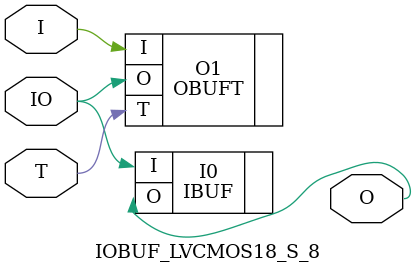
<source format=v>


`timescale  1 ps / 1 ps


module IOBUF_LVCMOS18_S_8 (O, IO, I, T);

    output O;

    inout  IO;

    input  I, T;

        OBUFT #(.IOSTANDARD("LVCMOS18"), .SLEW("SLOW"), .DRIVE(8)) O1 (.O(IO), .I(I), .T(T)); 
	IBUF #(.IOSTANDARD("LVCMOS18"))  I0 (.O(O), .I(IO));
        

endmodule



</source>
